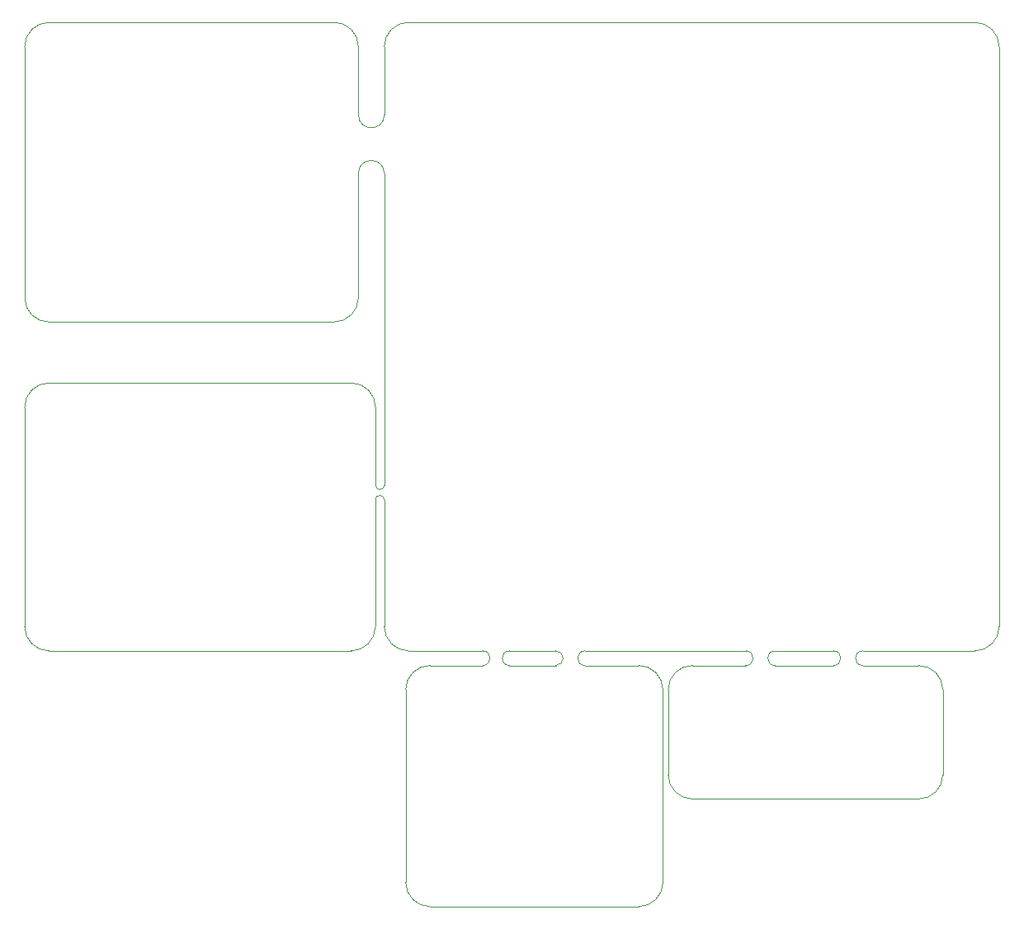
<source format=gm1>
G04 #@! TF.GenerationSoftware,KiCad,Pcbnew,5.1.10-88a1d61d58~88~ubuntu18.04.1*
G04 #@! TF.CreationDate,2021-10-23T19:35:26+09:00*
G04 #@! TF.ProjectId,CameraJigSTM32F446RE_Logic,43616d65-7261-44a6-9967-53544d333246,rev?*
G04 #@! TF.SameCoordinates,Original*
G04 #@! TF.FileFunction,Profile,NP*
%FSLAX46Y46*%
G04 Gerber Fmt 4.6, Leading zero omitted, Abs format (unit mm)*
G04 Created by KiCad (PCBNEW 5.1.10-88a1d61d58~88~ubuntu18.04.1) date 2021-10-23 19:35:26*
%MOMM*%
%LPD*%
G01*
G04 APERTURE LIST*
G04 #@! TA.AperFunction,Profile*
%ADD10C,0.050000*%
G04 #@! TD*
G04 APERTURE END LIST*
D10*
X130000000Y-128000000D02*
X124000000Y-128000000D01*
X130000000Y-126500000D02*
X124000000Y-126500000D01*
X130000000Y-126500000D02*
G75*
G02*
X130000000Y-128000000I0J-750000D01*
G01*
X133000000Y-128000000D02*
G75*
G02*
X133000000Y-126500000I0J750000D01*
G01*
X133000000Y-128000000D02*
X138724000Y-128000000D01*
X144500000Y-126500000D02*
X133000000Y-126500000D01*
X124000000Y-128000000D02*
G75*
G02*
X124000000Y-126500000I0J750000D01*
G01*
X121000000Y-126500000D02*
G75*
G02*
X121000000Y-128000000I0J-750000D01*
G01*
X96750000Y-128000000D02*
X101500000Y-128000000D01*
X101472517Y-126500504D02*
G75*
G02*
X101500000Y-128000000I27483J-749496D01*
G01*
X96750000Y-128000000D02*
G75*
G02*
X96750000Y-126500000I0J750000D01*
G01*
X96750000Y-126500000D02*
X101472517Y-126500000D01*
X104500000Y-128000000D02*
G75*
G02*
X104500000Y-126500000I0J750000D01*
G01*
X94000000Y-126500000D02*
G75*
G02*
X94000000Y-128000000I0J-750000D01*
G01*
X104500000Y-126500000D02*
X121000000Y-126500000D01*
X104500000Y-128000000D02*
X110000000Y-128000000D01*
X144500000Y-62000000D02*
G75*
G02*
X147000000Y-64500000I0J-2500000D01*
G01*
X141224000Y-139200000D02*
G75*
G02*
X138724000Y-141700000I-2500000J0D01*
G01*
X138724000Y-128000000D02*
G75*
G02*
X141224000Y-130500000I0J-2500000D01*
G01*
X141224000Y-130500000D02*
X141224000Y-139200000D01*
X115530000Y-141700000D02*
G75*
G02*
X113030000Y-139200000I0J2500000D01*
G01*
X115530000Y-141700000D02*
X138724000Y-141700000D01*
X113030000Y-130500000D02*
G75*
G02*
X115530000Y-128000000I2500000J0D01*
G01*
X113030000Y-130500000D02*
X113030000Y-139200000D01*
X121000000Y-128000000D02*
X115530000Y-128000000D01*
X112500000Y-150250000D02*
G75*
G02*
X110000000Y-152750000I-2500000J0D01*
G01*
X110000000Y-128000000D02*
G75*
G02*
X112500000Y-130500000I0J-2500000D01*
G01*
X112500000Y-130500000D02*
X112500000Y-150250000D01*
X88600000Y-152750000D02*
G75*
G02*
X86100000Y-150250000I0J2500000D01*
G01*
X110000000Y-152750000D02*
X88600000Y-152750000D01*
X86100000Y-130500000D02*
X86100000Y-150250000D01*
X86100000Y-130500000D02*
G75*
G02*
X88600000Y-128000000I2500000J0D01*
G01*
X88600000Y-128000000D02*
X94000000Y-128000000D01*
X147000000Y-124000000D02*
G75*
G02*
X144500000Y-126500000I-2500000J0D01*
G01*
X86400000Y-126500000D02*
G75*
G02*
X83900000Y-124000000I0J2500000D01*
G01*
X86400000Y-126500000D02*
X94000000Y-126500000D01*
X83000000Y-111000000D02*
G75*
G02*
X83900000Y-111000000I450000J0D01*
G01*
X83900000Y-111000000D02*
X83900000Y-124000000D01*
X83000000Y-124000000D02*
G75*
G02*
X80500000Y-126500000I-2500000J0D01*
G01*
X83000000Y-111000000D02*
X83000000Y-124000000D01*
X49500000Y-126500000D02*
X80500000Y-126500000D01*
X49500000Y-126500000D02*
G75*
G02*
X47000000Y-124000000I0J2500000D01*
G01*
X83899537Y-109520413D02*
G75*
G02*
X83000000Y-109500000I-449537J20413D01*
G01*
X83000000Y-101500000D02*
X83000000Y-109500000D01*
X80500000Y-99000000D02*
G75*
G02*
X83000000Y-101500000I0J-2500000D01*
G01*
X81250000Y-77500000D02*
G75*
G02*
X83900000Y-77500000I1325000J0D01*
G01*
X83900000Y-77500000D02*
X83899537Y-109520413D01*
X83900000Y-71500000D02*
G75*
G02*
X81250000Y-71500000I-1325000J0D01*
G01*
X83900000Y-64500000D02*
G75*
G02*
X86400000Y-62000000I2500000J0D01*
G01*
X83900000Y-71500000D02*
X83900000Y-64500000D01*
X81250000Y-90250000D02*
X81250000Y-77500000D01*
X47000000Y-64500000D02*
X47000000Y-90250000D01*
X47000000Y-101500000D02*
G75*
G02*
X49500000Y-99000000I2500000J0D01*
G01*
X80500000Y-99000000D02*
X49500000Y-99000000D01*
X49500000Y-92750000D02*
G75*
G02*
X47000000Y-90250000I0J2500000D01*
G01*
X78750000Y-92750000D02*
X49500000Y-92750000D01*
X81250000Y-90250000D02*
G75*
G02*
X78750000Y-92750000I-2500000J0D01*
G01*
X78750000Y-62000000D02*
G75*
G02*
X81250000Y-64500000I0J-2500000D01*
G01*
X81250000Y-64500000D02*
X81250000Y-71500000D01*
X49500000Y-62000000D02*
X78750000Y-62000000D01*
X47000000Y-64500000D02*
G75*
G02*
X49500000Y-62000000I2500000J0D01*
G01*
X147000000Y-64500000D02*
X147000000Y-124000000D01*
X47000000Y-101500000D02*
X47000000Y-124000000D01*
X86400000Y-62000000D02*
X144500000Y-62000000D01*
M02*

</source>
